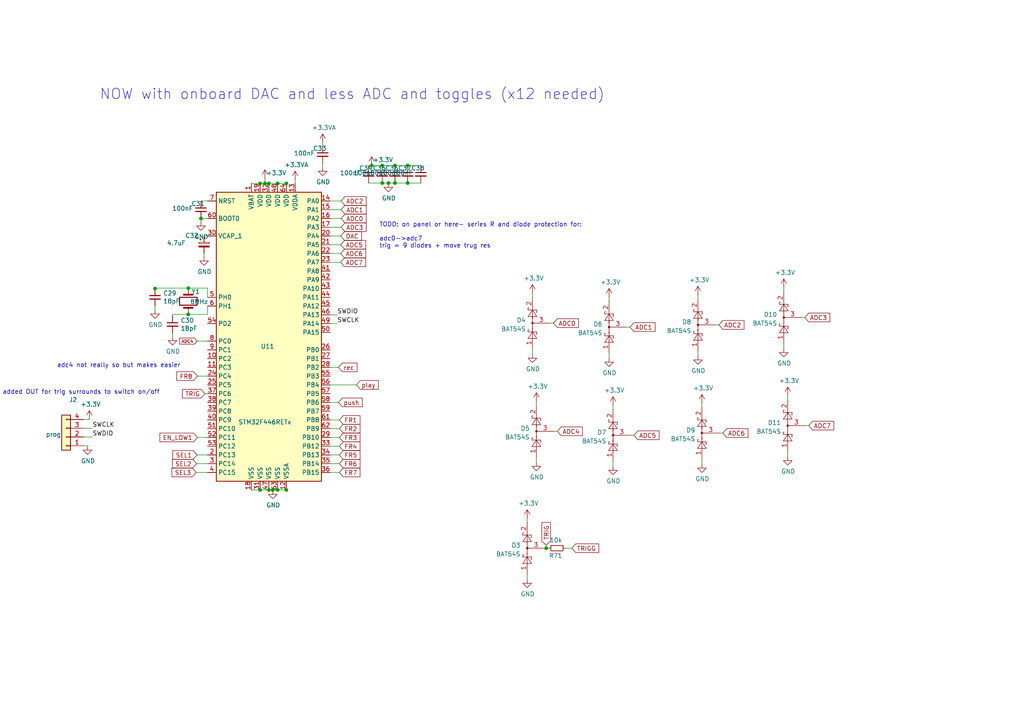
<source format=kicad_sch>
(kicad_sch (version 20211123) (generator eeschema)
  (paper "A4")
  (lib_symbols
    (symbol "Connector_Generic:Conn_01x04" (pin_names (offset 1.016) hide)
      (property "Reference" "J" (at 0 5.08 0))
      (property "Value" "Conn_01x04" (at 0 -7.62 0))
      (symbol "Conn_01x04_1_1"
        (rectangle (start -1.27 -4.953) (end 0 -5.207) (stroke (width 0.1524)))
        (rectangle (start -1.27 -2.413) (end 0 -2.667) (stroke (width 0.1524)))
        (rectangle (start -1.27 0.127) (end 0 -0.127) (stroke (width 0.1524)))
        (rectangle (start -1.27 2.667) (end 0 2.413) (stroke (width 0.1524)))
        (rectangle (start -1.27 3.81) (end 1.27 -6.35) (stroke (width 0.254)) (fill (type background)))
        (pin passive line (at -5.08 2.54 0) (length 3.81) (name "Pin_1") (number "1"))
        (pin passive line (at -5.08 0 0) (length 3.81) (name "Pin_2") (number "2"))
        (pin passive line (at -5.08 -2.54 0) (length 3.81) (name "Pin_3") (number "3"))
        (pin passive line (at -5.08 -5.08 0) (length 3.81) (name "Pin_4") (number "4"))
      )
    )
    (symbol "Device:C_Polarized_Small" (pin_numbers hide) (pin_names (offset 0.254) hide)
      (property "Reference" "C" (at 0.254 1.778 0))
      (property "Value" "C_Polarized_Small" (at 0.254 -2.032 0))
      (symbol "C_Polarized_Small_0_1"
        (rectangle (start -1.524 -0.3048) (end 1.524 -0.6858) (fill (type outline)))
        (rectangle (start -1.524 0.6858) (end 1.524 0.3048))
        (polyline (pts (xy -1.27 1.524) (xy -0.762 1.524)))
        (polyline (pts (xy -1.016 1.27) (xy -1.016 1.778)))
      )
      (symbol "C_Polarized_Small_1_1"
        (pin passive line (at 0 2.54 270) (length 1.8542) (name "~") (number "1"))
        (pin passive line (at 0 -2.54 90) (length 1.8542) (name "~") (number "2"))
      )
    )
    (symbol "Device:C_Small" (pin_numbers hide) (pin_names (offset 0.254) hide)
      (property "Reference" "C" (at 0.254 1.778 0))
      (property "Value" "C_Small" (at 0.254 -2.032 0))
      (symbol "C_Small_0_1"
        (polyline (pts (xy -1.524 -0.508) (xy 1.524 -0.508)) (stroke (width 0.3302)))
        (polyline (pts (xy -1.524 0.508) (xy 1.524 0.508)) (stroke (width 0.3048)))
      )
      (symbol "C_Small_1_1"
        (pin passive line (at 0 2.54 270) (length 2.032) (name "~") (number "1"))
        (pin passive line (at 0 -2.54 90) (length 2.032) (name "~") (number "2"))
      )
    )
    (symbol "Device:Crystal" (pin_numbers hide) (pin_names (offset 1.016) hide)
      (property "Reference" "Y" (at 0 3.81 0))
      (property "Value" "Crystal" (at 0 -3.81 0))
      (symbol "Crystal_0_1"
        (rectangle (start -1.143 2.54) (end 1.143 -2.54) (stroke (width 0.3048)))
        (polyline (pts (xy -2.54 0) (xy -1.905 0)))
        (polyline (pts (xy -1.905 -1.27) (xy -1.905 1.27)) (stroke (width 0.508)))
        (polyline (pts (xy 1.905 -1.27) (xy 1.905 1.27)) (stroke (width 0.508)))
        (polyline (pts (xy 2.54 0) (xy 1.905 0)))
      )
      (symbol "Crystal_1_1"
        (pin passive line (at -3.81 0 0) (length 1.27) (name "1") (number "1"))
        (pin passive line (at 3.81 0 180) (length 1.27) (name "2") (number "2"))
      )
    )
    (symbol "Device:R_Small" (pin_numbers hide) (pin_names (offset 0.254) hide)
      (property "Reference" "R" (at 0.762 0.508 0))
      (property "Value" "R_Small" (at 0.762 -1.016 0))
      (symbol "R_Small_0_1"
        (rectangle (start -0.762 1.778) (end 0.762 -1.778) (stroke (width 0.2032)))
      )
      (symbol "R_Small_1_1"
        (pin passive line (at 0 2.54 270) (length 0.762) (name "~") (number "1"))
        (pin passive line (at 0 -2.54 90) (length 0.762) (name "~") (number "2"))
      )
    )
    (symbol "Diode:BAT54S" (pin_names (offset 1.016))
      (property "Reference" "D" (at 0.635 -3.81 0))
      (property "Value" "BAT54S" (at -6.35 3.175 0))
      (symbol "BAT54S_0_1"
        (polyline (pts (xy -3.81 0) (xy -1.27 0)))
        (polyline (pts (xy -3.175 -1.27) (xy -3.175 -1.016)))
        (polyline (pts (xy -2.54 -1.27) (xy -3.175 -1.27)))
        (polyline (pts (xy -2.54 -1.27) (xy -2.54 1.27)))
        (polyline (pts (xy -2.54 1.27) (xy -1.905 1.27)))
        (polyline (pts (xy -1.905 0) (xy 1.905 0)))
        (polyline (pts (xy -1.905 1.27) (xy -1.905 1.016)))
        (polyline (pts (xy 1.27 0) (xy 3.81 0)))
        (polyline (pts (xy 3.175 -1.27) (xy 3.175 -1.016)))
        (polyline (pts (xy 3.81 -1.27) (xy 3.175 -1.27)))
        (polyline (pts (xy 3.81 -1.27) (xy 3.81 1.27)))
        (polyline (pts (xy 3.81 1.27) (xy 4.445 1.27)))
        (polyline (pts (xy 4.445 1.27) (xy 4.445 1.016)))
        (polyline (pts (xy -4.445 1.27) (xy -4.445 -1.27) (xy -2.54 0) (xy -4.445 1.27)))
        (polyline (pts (xy 1.905 1.27) (xy 1.905 -1.27) (xy 3.81 0) (xy 1.905 1.27)))
        (circle (center 0 0) (radius 0.254) (fill (type outline)))
      )
      (symbol "BAT54S_1_1"
        (pin passive line (at -7.62 0 0) (length 3.81) (name "~") (number "1"))
        (pin passive line (at 7.62 0 180) (length 3.81) (name "~") (number "2"))
        (pin passive line (at 0 -5.08 90) (length 5.08) (name "~") (number "3"))
      )
    )
    (symbol "MCU_ST_STM32F4:STM32F446RETx"
      (property "Reference" "U" (at -15.24 41.91 0))
      (property "Value" "STM32F446RETx" (at 10.16 41.91 0))
      (symbol "STM32F446RETx_0_1"
        (rectangle (start -15.24 -43.18) (end 15.24 40.64) (stroke (width 0.254)) (fill (type background)))
      )
      (symbol "STM32F446RETx_1_1"
        (pin power_in line (at -5.08 43.18 270) (length 2.54) (name "VBAT") (number "1"))
        (pin bidirectional line (at -17.78 -7.62 0) (length 2.54) (name "PC2") (number "10"))
        (pin bidirectional line (at -17.78 -10.16 0) (length 2.54) (name "PC3") (number "11"))
        (pin power_in line (at 5.08 -45.72 90) (length 2.54) (name "VSSA") (number "12"))
        (pin power_in line (at 7.62 43.18 270) (length 2.54) (name "VDDA") (number "13"))
        (pin bidirectional line (at 17.78 38.1 180) (length 2.54) (name "PA0") (number "14"))
        (pin bidirectional line (at 17.78 35.56 180) (length 2.54) (name "PA1") (number "15"))
        (pin bidirectional line (at 17.78 33.02 180) (length 2.54) (name "PA2") (number "16"))
        (pin bidirectional line (at 17.78 30.48 180) (length 2.54) (name "PA3") (number "17"))
        (pin power_in line (at -5.08 -45.72 90) (length 2.54) (name "VSS") (number "18"))
        (pin power_in line (at -2.54 43.18 270) (length 2.54) (name "VDD") (number "19"))
        (pin bidirectional line (at -17.78 -35.56 0) (length 2.54) (name "PC13") (number "2"))
        (pin bidirectional line (at 17.78 27.94 180) (length 2.54) (name "PA4") (number "20"))
        (pin bidirectional line (at 17.78 25.4 180) (length 2.54) (name "PA5") (number "21"))
        (pin bidirectional line (at 17.78 22.86 180) (length 2.54) (name "PA6") (number "22"))
        (pin bidirectional line (at 17.78 20.32 180) (length 2.54) (name "PA7") (number "23"))
        (pin bidirectional line (at -17.78 -12.7 0) (length 2.54) (name "PC4") (number "24"))
        (pin bidirectional line (at -17.78 -15.24 0) (length 2.54) (name "PC5") (number "25"))
        (pin bidirectional line (at 17.78 -5.08 180) (length 2.54) (name "PB0") (number "26"))
        (pin bidirectional line (at 17.78 -7.62 180) (length 2.54) (name "PB1") (number "27"))
        (pin bidirectional line (at 17.78 -10.16 180) (length 2.54) (name "PB2") (number "28"))
        (pin bidirectional line (at 17.78 -30.48 180) (length 2.54) (name "PB10") (number "29"))
        (pin bidirectional line (at -17.78 -38.1 0) (length 2.54) (name "PC14") (number "3"))
        (pin power_in line (at -17.78 27.94 0) (length 2.54) (name "VCAP_1") (number "30"))
        (pin power_in line (at -2.54 -45.72 90) (length 2.54) (name "VSS") (number "31"))
        (pin power_in line (at 0 43.18 270) (length 2.54) (name "VDD") (number "32"))
        (pin bidirectional line (at 17.78 -33.02 180) (length 2.54) (name "PB12") (number "33"))
        (pin bidirectional line (at 17.78 -35.56 180) (length 2.54) (name "PB13") (number "34"))
        (pin bidirectional line (at 17.78 -38.1 180) (length 2.54) (name "PB14") (number "35"))
        (pin bidirectional line (at 17.78 -40.64 180) (length 2.54) (name "PB15") (number "36"))
        (pin bidirectional line (at -17.78 -17.78 0) (length 2.54) (name "PC6") (number "37"))
        (pin bidirectional line (at -17.78 -20.32 0) (length 2.54) (name "PC7") (number "38"))
        (pin bidirectional line (at -17.78 -22.86 0) (length 2.54) (name "PC8") (number "39"))
        (pin bidirectional line (at -17.78 -40.64 0) (length 2.54) (name "PC15") (number "4"))
        (pin bidirectional line (at -17.78 -25.4 0) (length 2.54) (name "PC9") (number "40"))
        (pin bidirectional line (at 17.78 17.78 180) (length 2.54) (name "PA8") (number "41"))
        (pin bidirectional line (at 17.78 15.24 180) (length 2.54) (name "PA9") (number "42"))
        (pin bidirectional line (at 17.78 12.7 180) (length 2.54) (name "PA10") (number "43"))
        (pin bidirectional line (at 17.78 10.16 180) (length 2.54) (name "PA11") (number "44"))
        (pin bidirectional line (at 17.78 7.62 180) (length 2.54) (name "PA12") (number "45"))
        (pin bidirectional line (at 17.78 5.08 180) (length 2.54) (name "PA13") (number "46"))
        (pin power_in line (at 0 -45.72 90) (length 2.54) (name "VSS") (number "47"))
        (pin power_in line (at 2.54 43.18 270) (length 2.54) (name "VDD") (number "48"))
        (pin bidirectional line (at 17.78 2.54 180) (length 2.54) (name "PA14") (number "49"))
        (pin input line (at -17.78 10.16 0) (length 2.54) (name "PH0") (number "5"))
        (pin bidirectional line (at 17.78 0 180) (length 2.54) (name "PA15") (number "50"))
        (pin bidirectional line (at -17.78 -27.94 0) (length 2.54) (name "PC10") (number "51"))
        (pin bidirectional line (at -17.78 -30.48 0) (length 2.54) (name "PC11") (number "52"))
        (pin bidirectional line (at -17.78 -33.02 0) (length 2.54) (name "PC12") (number "53"))
        (pin bidirectional line (at -17.78 2.54 0) (length 2.54) (name "PD2") (number "54"))
        (pin bidirectional line (at 17.78 -12.7 180) (length 2.54) (name "PB3") (number "55"))
        (pin bidirectional line (at 17.78 -15.24 180) (length 2.54) (name "PB4") (number "56"))
        (pin bidirectional line (at 17.78 -17.78 180) (length 2.54) (name "PB5") (number "57"))
        (pin bidirectional line (at 17.78 -20.32 180) (length 2.54) (name "PB6") (number "58"))
        (pin bidirectional line (at 17.78 -22.86 180) (length 2.54) (name "PB7") (number "59"))
        (pin input line (at -17.78 7.62 0) (length 2.54) (name "PH1") (number "6"))
        (pin input line (at -17.78 33.02 0) (length 2.54) (name "BOOT0") (number "60"))
        (pin bidirectional line (at 17.78 -25.4 180) (length 2.54) (name "PB8") (number "61"))
        (pin bidirectional line (at 17.78 -27.94 180) (length 2.54) (name "PB9") (number "62"))
        (pin power_in line (at 2.54 -45.72 90) (length 2.54) (name "VSS") (number "63"))
        (pin power_in line (at 5.08 43.18 270) (length 2.54) (name "VDD") (number "64"))
        (pin input line (at -17.78 38.1 0) (length 2.54) (name "NRST") (number "7"))
        (pin bidirectional line (at -17.78 -2.54 0) (length 2.54) (name "PC0") (number "8"))
        (pin bidirectional line (at -17.78 -5.08 0) (length 2.54) (name "PC1") (number "9"))
      )
    )
    (symbol "power:+3.3V" (power) (pin_names (offset 0))
      (property "Value" "+3.3V" (at 0 3.556 0))
      (symbol "+3.3V_0_1"
        (polyline (pts (xy -0.762 1.27) (xy 0 2.54)))
        (polyline (pts (xy 0 0) (xy 0 2.54)))
        (polyline (pts (xy 0 2.54) (xy 0.762 1.27)))
      )
      (symbol "+3.3V_1_1"
        (pin power_in line (at 0 0 90) (length 0) hide (name "+3.3V") (number "1"))
      )
    )
    (symbol "power:+3.3VA" (power) (pin_names (offset 0))
      (property "Value" "+3.3VA" (at 0 3.556 0))
      (symbol "+3.3VA_0_1"
        (polyline (pts (xy -0.762 1.27) (xy 0 2.54)))
        (polyline (pts (xy 0 0) (xy 0 2.54)))
        (polyline (pts (xy 0 2.54) (xy 0.762 1.27)))
      )
      (symbol "+3.3VA_1_1"
        (pin power_in line (at 0 0 90) (length 0) hide (name "+3.3VA") (number "1"))
      )
    )
    (symbol "power:GND" (power) (pin_names (offset 0))
      (property "Value" "GND" (at 0 -3.81 0))
      (symbol "GND_0_1"
        (polyline (pts (xy 0 0) (xy 0 -1.27) (xy 1.27 -1.27) (xy 0 -2.54) (xy -1.27 -1.27) (xy 0 -1.27)))
      )
      (symbol "GND_1_1"
        (pin power_in line (at 0 0 270) (length 0) hide (name "GND") (number "1"))
      )
    )
  )
  (junction (at 118.237 53.086))
  (junction (at 54.61 91.186))
  (junction (at 44.958 83.693))
  (junction (at 114.554 48.006))
  (junction (at 80.518 142.113))
  (junction (at 158.4198 159.004))
  (junction (at 83.058 53.213))
  (junction (at 107.7976 48.006))
  (junction (at 77.978 142.113))
  (junction (at 76.835 53.213))
  (junction (at 110.871 48.006))
  (junction (at 110.871 53.086))
  (junction (at 114.554 53.086))
  (junction (at 112.649 53.086))
  (junction (at 83.058 142.113))
  (junction (at 118.237 48.006))
  (junction (at 80.518 53.213))
  (junction (at 58.293 63.373))
  (junction (at 75.438 142.113))
  (junction (at 79.121 142.113))
  (junction (at 77.978 53.213))
  (junction (at 75.438 53.213))
  (junction (at 54.61 83.566))
  (wire (pts (xy 59.182 68.453) (xy 60.198 68.453)))
  (wire (pts (xy 80.518 53.213) (xy 83.058 53.213)))
  (wire (pts (xy 95.758 131.953) (xy 98.425 131.953)))
  (wire (pts (xy 157.988 159.004) (xy 158.4198 159.004)))
  (wire (pts (xy 160.655 125.095) (xy 161.671 125.095)))
  (wire (pts (xy 57.277 126.873) (xy 60.198 126.873)))
  (wire (pts (xy 24.257 129.286) (xy 25.4 129.286)))
  (wire (pts (xy 54.61 91.186) (xy 60.198 91.186)))
  (wire (pts (xy 59.436 114.173) (xy 60.198 114.173)))
  (wire (pts (xy 95.758 111.633) (xy 103.378 111.633)))
  (wire (pts (xy 60.198 83.566) (xy 54.61 83.566)))
  (wire (pts (xy 80.518 142.113) (xy 83.058 142.113)))
  (wire (pts (xy 77.978 142.113) (xy 79.121 142.113)))
  (wire (pts (xy 60.198 98.933) (xy 57.15 98.933)))
  (wire (pts (xy 50.038 96.647) (xy 50.038 97.536)))
  (wire (pts (xy 59.182 73.533) (xy 59.182 74.422)))
  (wire (pts (xy 60.198 91.186) (xy 60.198 88.773)))
  (wire (pts (xy 181.737 94.869) (xy 182.753 94.869)))
  (wire (pts (xy 77.978 53.213) (xy 80.518 53.213)))
  (wire (pts (xy 95.758 116.713) (xy 98.171 116.713)))
  (wire (pts (xy 85.598 52.197) (xy 85.598 53.213)))
  (wire (pts (xy 75.438 142.113) (xy 77.978 142.113)))
  (wire (pts (xy 95.758 63.373) (xy 98.933 63.373)))
  (wire (pts (xy 107.7976 48.006) (xy 110.871 48.006)))
  (wire (pts (xy 95.758 121.793) (xy 98.425 121.793)))
  (wire (pts (xy 72.898 142.113) (xy 75.438 142.113)))
  (wire (pts (xy 83.058 53.213) (xy 83.058 53.086)))
  (wire (pts (xy 228.473 131.064) (xy 228.473 132.334)))
  (wire (pts (xy 207.518 94.234) (xy 208.534 94.234)))
  (wire (pts (xy 154.432 85.09) (xy 154.432 86.106)))
  (wire (pts (xy 54.61 83.566) (xy 44.958 83.566)))
  (wire (pts (xy 60.198 137.033) (xy 56.896 137.033)))
  (wire (pts (xy 95.758 106.553) (xy 98.171 106.553)))
  (wire (pts (xy 95.758 134.493) (xy 98.425 134.493)))
  (wire (pts (xy 202.438 85.598) (xy 202.438 86.614)))
  (wire (pts (xy 164.084 159.004) (xy 165.862 159.004)))
  (wire (pts (xy 203.581 133.223) (xy 203.581 134.493)))
  (wire (pts (xy 158.4198 158.0896) (xy 158.4198 159.004)))
  (wire (pts (xy 58.293 58.293) (xy 60.198 58.293)))
  (wire (pts (xy 177.8 133.858) (xy 177.8 135.128)))
  (wire (pts (xy 50.038 91.567) (xy 50.038 91.186)))
  (wire (pts (xy 24.257 121.666) (xy 25.908 121.666)))
  (wire (pts (xy 98.806 73.533) (xy 95.758 73.533)))
  (wire (pts (xy 58.293 63.373) (xy 60.198 63.373)))
  (wire (pts (xy 50.038 91.186) (xy 54.61 91.186)))
  (wire (pts (xy 202.438 101.854) (xy 202.438 103.124)))
  (wire (pts (xy 159.512 93.726) (xy 160.528 93.726)))
  (wire (pts (xy 95.758 93.853) (xy 97.79 93.853)))
  (wire (pts (xy 118.237 53.086) (xy 114.554 53.086)))
  (wire (pts (xy 95.758 137.033) (xy 98.425 137.033)))
  (wire (pts (xy 75.438 53.213) (xy 76.835 53.213)))
  (wire (pts (xy 152.908 166.624) (xy 152.908 167.894)))
  (wire (pts (xy 118.237 48.006) (xy 122.047 48.006)))
  (wire (pts (xy 24.257 126.746) (xy 26.797 126.746)))
  (wire (pts (xy 114.554 48.006) (xy 118.237 48.006)))
  (wire (pts (xy 203.581 116.967) (xy 203.581 117.983)))
  (wire (pts (xy 98.806 70.993) (xy 95.758 70.993)))
  (wire (pts (xy 60.198 131.953) (xy 57.15 131.953)))
  (wire (pts (xy 95.758 126.873) (xy 98.425 126.873)))
  (wire (pts (xy 95.758 91.313) (xy 97.79 91.313)))
  (wire (pts (xy 110.871 48.006) (xy 114.554 48.006)))
  (wire (pts (xy 112.649 53.086) (xy 110.871 53.086)))
  (wire (pts (xy 95.758 60.833) (xy 98.933 60.833)))
  (wire (pts (xy 155.575 132.715) (xy 155.575 133.985)))
  (wire (pts (xy 233.553 123.444) (xy 234.569 123.444)))
  (wire (pts (xy 95.758 129.413) (xy 98.425 129.413)))
  (wire (pts (xy 58.293 63.373) (xy 58.293 64.262)))
  (wire (pts (xy 228.473 114.808) (xy 228.473 115.824)))
  (wire (pts (xy 76.835 53.213) (xy 77.978 53.213)))
  (wire (pts (xy 93.599 47.371) (xy 93.599 48.387)))
  (wire (pts (xy 95.758 65.913) (xy 98.933 65.913)))
  (wire (pts (xy 60.198 134.493) (xy 57.023 134.493)))
  (wire (pts (xy 176.657 86.233) (xy 176.657 87.249)))
  (wire (pts (xy 177.8 117.602) (xy 177.8 118.618)))
  (wire (pts (xy 114.554 53.086) (xy 112.649 53.086)))
  (wire (pts (xy 158.4198 159.004) (xy 159.004 159.004)))
  (wire (pts (xy 95.758 124.333) (xy 98.425 124.333)))
  (wire (pts (xy 79.121 142.113) (xy 80.518 142.113)))
  (wire (pts (xy 155.575 116.459) (xy 155.575 117.475)))
  (wire (pts (xy 98.806 76.073) (xy 95.758 76.073)))
  (wire (pts (xy 44.958 88.773) (xy 44.958 89.789)))
  (wire (pts (xy 83.058 142.113) (xy 83.058 142.24)))
  (wire (pts (xy 232.41 92.075) (xy 233.426 92.075)))
  (wire (pts (xy 93.599 41.402) (xy 93.599 42.291)))
  (wire (pts (xy 227.33 99.695) (xy 227.33 100.965)))
  (wire (pts (xy 154.432 101.346) (xy 154.432 102.616)))
  (wire (pts (xy 76.835 51.816) (xy 76.835 53.213)))
  (wire (pts (xy 110.871 53.086) (xy 106.934 53.086)))
  (wire (pts (xy 60.198 86.233) (xy 60.198 83.566)))
  (wire (pts (xy 98.806 68.453) (xy 95.758 68.453)))
  (wire (pts (xy 122.047 53.086) (xy 118.237 53.086)))
  (wire (pts (xy 44.958 83.566) (xy 44.958 83.693)))
  (wire (pts (xy 182.88 126.238) (xy 183.896 126.238)))
  (wire (pts (xy 227.33 83.439) (xy 227.33 84.455)))
  (wire (pts (xy 72.898 53.213) (xy 75.438 53.213)))
  (wire (pts (xy 60.198 109.093) (xy 57.277 109.093)))
  (wire (pts (xy 106.934 48.006) (xy 107.7976 48.006)))
  (wire (pts (xy 176.657 102.489) (xy 176.657 103.759)))
  (wire (pts (xy 152.908 150.368) (xy 152.908 151.384)))
  (wire (pts (xy 24.257 124.206) (xy 26.797 124.206)))
  (wire (pts (xy 208.661 125.603) (xy 209.677 125.603)))
  (wire (pts (xy 95.758 58.293) (xy 98.933 58.293)))
  (text "adc4 not really so but makes easier\n" (at 16.51 106.807 0) (effects (font (size 1.27 1.27)) (justify left bottom)))
  (text "TODO: on panel or here- series R and diode protection for: \n\nadc0->adc7\ntrig = 9 diodes + move trug res " (at 109.982 72.136 0) (effects (font (size 1.27 1.27)) (justify left bottom)))
  (text "NOW with onboard DAC and less ADC and toggles (x12 needed)" (at 28.829 29.21 0) (effects (font (size 2.9972 2.9972)) (justify left bottom)))
  (text "17.5 - added OUT for trig surrounds to switch on/off" (at 46.355 114.554 0) (effects (font (size 1.27 1.27)) (justify right bottom)))
  (label "SWCLK" (at 26.797 124.206 0))
  (label "SWCLK" (at 97.79 93.853 0))
  (label "SWDIO" (at 97.79 91.313 0))
  (label "SWDIO" (at 26.797 126.746 0))
  (global_label "ADC7" (shape input) (at 98.806 76.073 0) (property "Intersheet References" "${INTERSHEET_REFS}" (effects hide)))
  (global_label "ADC0" (shape input) (at 160.528 93.726 0) (property "Intersheet References" "${INTERSHEET_REFS}" (effects hide)))
  (global_label "ADC6" (shape input) (at 98.806 73.533 0) (property "Intersheet References" "${INTERSHEET_REFS}" (effects hide)))
  (global_label "FR2" (shape input) (at 98.425 124.333 0) (property "Intersheet References" "${INTERSHEET_REFS}" (effects hide)))
  (global_label "push" (shape input) (at 98.171 116.713 0) (property "Intersheet References" "${INTERSHEET_REFS}" (effects hide)))
  (global_label "SEL3" (shape input) (at 56.896 137.033 180) (property "Intersheet References" "${INTERSHEET_REFS}" (effects hide)))
  (global_label "FR6" (shape input) (at 98.425 134.493 0) (property "Intersheet References" "${INTERSHEET_REFS}" (effects hide)))
  (global_label "ADC2" (shape input) (at 98.933 58.293 0) (property "Intersheet References" "${INTERSHEET_REFS}" (effects hide)))
  (global_label "ADC5" (shape input) (at 183.896 126.238 0) (property "Intersheet References" "${INTERSHEET_REFS}" (effects hide)))
  (global_label "TRIG" (shape input) (at 158.4198 158.0896 90) (property "Intersheet References" "${INTERSHEET_REFS}" (effects hide)))
  (global_label "SEL2" (shape input) (at 57.023 134.493 180) (property "Intersheet References" "${INTERSHEET_REFS}" (effects hide)))
  (global_label "rec" (shape input) (at 98.171 106.553 0) (property "Intersheet References" "${INTERSHEET_REFS}" (effects hide)))
  (global_label "ADC2" (shape input) (at 208.534 94.234 0) (property "Intersheet References" "${INTERSHEET_REFS}" (effects hide)))
  (global_label "ADC4" (shape input) (at 161.671 125.095 0) (property "Intersheet References" "${INTERSHEET_REFS}" (effects hide)))
  (global_label "FR7" (shape input) (at 98.425 137.033 0) (property "Intersheet References" "${INTERSHEET_REFS}" (effects hide)))
  (global_label "TRIG" (shape input) (at 59.436 114.173 180) (property "Intersheet References" "${INTERSHEET_REFS}" (effects hide)))
  (global_label "FR5" (shape input) (at 98.425 131.953 0) (property "Intersheet References" "${INTERSHEET_REFS}" (effects hide)))
  (global_label "ADC1" (shape input) (at 182.753 94.869 0) (property "Intersheet References" "${INTERSHEET_REFS}" (effects hide)))
  (global_label "SEL1" (shape input) (at 57.15 131.953 180) (property "Intersheet References" "${INTERSHEET_REFS}" (effects hide)))
  (global_label "ADC3" (shape input) (at 233.426 92.075 0) (property "Intersheet References" "${INTERSHEET_REFS}" (effects hide)))
  (global_label "ADC6" (shape input) (at 209.677 125.603 0) (property "Intersheet References" "${INTERSHEET_REFS}" (effects hide)))
  (global_label "TRIGG" (shape input) (at 165.862 159.004 0) (property "Intersheet References" "${INTERSHEET_REFS}" (effects hide)))
  (global_label "FR3" (shape input) (at 98.425 126.873 0) (property "Intersheet References" "${INTERSHEET_REFS}" (effects hide)))
  (global_label "play" (shape input) (at 103.378 111.633 0) (property "Intersheet References" "${INTERSHEET_REFS}" (effects hide)))
  (global_label "FR4" (shape input) (at 98.425 129.413 0) (property "Intersheet References" "${INTERSHEET_REFS}" (effects hide)))
  (global_label "ADC4" (shape input) (at 57.15 98.933 180) (effects (font (size 0.889 0.889))) (property "Intersheet References" "${INTERSHEET_REFS}" (effects hide)))
  (global_label "FR8" (shape input) (at 57.277 109.093 180) (property "Intersheet References" "${INTERSHEET_REFS}" (effects hide)))
  (global_label "DAC" (shape input) (at 98.806 68.453 0) (property "Intersheet References" "${INTERSHEET_REFS}" (effects hide)))
  (global_label "ADC0" (shape input) (at 98.933 63.373 0) (property "Intersheet References" "${INTERSHEET_REFS}" (effects hide)))
  (global_label "ADC5" (shape input) (at 98.806 70.993 0) (property "Intersheet References" "${INTERSHEET_REFS}" (effects hide)))
  (global_label "ADC1" (shape input) (at 98.933 60.833 0) (property "Intersheet References" "${INTERSHEET_REFS}" (effects hide)))
  (global_label "ADC3" (shape input) (at 98.933 65.913 0) (property "Intersheet References" "${INTERSHEET_REFS}" (effects hide)))
  (global_label "ADC7" (shape input) (at 234.569 123.444 0) (property "Intersheet References" "${INTERSHEET_REFS}" (effects hide)))
  (global_label "EN_LOW1" (shape input) (at 57.277 126.873 180) (property "Intersheet References" "${INTERSHEET_REFS}" (effects hide)))
  (global_label "FR1" (shape input) (at 98.425 121.793 0) (property "Intersheet References" "${INTERSHEET_REFS}" (effects hide)))
  (symbol (lib_id "MCU_ST_STM32F4:STM32F446RETx") (at 77.978 96.393 0) (unit 1)
    (property "Reference" "U11" (at 77.597 100.457 0))
    (property "Value" "STM32F446RETx" (at 76.835 122.428 0))
    (property "Footprint" "Housings_QFP:LQFP-64_10x10mm_Pitch0.5mm" (effects hide))
    (property "Datasheet" "http://www.st.com/st-web-ui/static/active/en/resource/technical/document/datasheet/DM00141306.pdf" (effects hide))
  )
  (symbol (lib_id "Device:C_Polarized_Small") (at 59.182 70.993 0) (unit 1)
    (property "Reference" "C32" (at 53.721 68.326 0) (effects (justify left)))
    (property "Value" "4.7uF" (at 48.387 70.485 0) (effects (justify left)))
    (property "Footprint" "SMD_Packages:SMD-1206_Pol" (effects hide))
  )
  (symbol (lib_id "power:GND") (at 59.182 74.422 0) (unit 1)
    (property "Reference" "#PWR062" (effects hide))
    (property "Value" "GND" (at 59.309 78.8162 0))
  )
  (symbol (lib_id "power:+3.3VA") (at 85.598 52.197 0) (unit 1)
    (property "Reference" "#PWR065" (effects hide))
    (property "Value" "+3.3VA" (at 85.979 47.8028 0))
  )
  (symbol (lib_id "power:+3.3V") (at 76.835 51.816 0) (unit 1)
    (property "Reference" "#PWR063" (effects hide))
    (property "Value" "+3.3V" (at 80.137 50.165 0))
  )
  (symbol (lib_id "power:GND") (at 79.121 142.113 0) (unit 1)
    (property "Reference" "#PWR064" (effects hide))
    (property "Value" "GND" (at 79.248 146.5072 0))
  )
  (symbol (lib_id "Device:Crystal") (at 54.61 87.376 90) (unit 1)
    (property "Reference" "Y1" (at 55.499 84.582 90) (effects (justify right)))
    (property "Value" "8MHz" (at 55.118 87.503 90) (effects (justify right)))
    (property "Footprint" "Crystals:Crystal_SMD_HC49-SD" (effects hide))
  )
  (symbol (lib_id "Device:C_Small") (at 44.958 86.233 0) (unit 1)
    (property "Reference" "C29" (at 47.2948 85.0646 0) (effects (justify left)))
    (property "Value" "18pF" (at 47.2948 87.376 0) (effects (justify left)))
    (property "Footprint" "Capacitors_SMD:C_0805" (effects hide))
  )
  (symbol (lib_id "Device:C_Small") (at 50.038 94.107 0) (unit 1)
    (property "Reference" "C30" (at 52.3748 92.9386 0) (effects (justify left)))
    (property "Value" "18pF" (at 52.3748 95.25 0) (effects (justify left)))
    (property "Footprint" "Capacitors_SMD:C_0805" (effects hide))
  )
  (symbol (lib_id "power:GND") (at 44.958 89.789 0) (unit 1)
    (property "Reference" "#PWR059" (effects hide))
    (property "Value" "GND" (at 45.085 94.1832 0))
  )
  (symbol (lib_id "power:GND") (at 50.038 97.536 0) (unit 1)
    (property "Reference" "#PWR060" (effects hide))
    (property "Value" "GND" (at 50.165 101.9302 0))
  )
  (symbol (lib_id "Device:C_Small") (at 58.293 60.833 0) (unit 1)
    (property "Reference" "C31" (at 55.499 59.055 0) (effects (justify left)))
    (property "Value" "100nF" (at 49.911 60.452 0) (effects (justify left)))
    (property "Footprint" "Capacitors_SMD:C_0805" (effects hide))
  )
  (symbol (lib_id "power:GND") (at 58.293 64.262 0) (unit 1)
    (property "Reference" "#PWR061" (effects hide))
    (property "Value" "GND" (at 58.42 68.6562 0))
  )
  (symbol (lib_id "Device:C_Small") (at 106.934 50.546 0) (unit 1)
    (property "Reference" "C34" (at 104.14 48.768 0) (effects (justify left)))
    (property "Value" "100nF" (at 98.552 50.165 0) (effects (justify left)))
    (property "Footprint" "Capacitors_SMD:C_0805" (effects hide))
  )
  (symbol (lib_id "Device:C_Small") (at 110.871 50.546 0) (unit 1)
    (property "Reference" "C35" (at 108.077 48.768 0) (effects (justify left)))
    (property "Value" "100nF" (at 102.489 50.165 0) (effects (justify left)))
    (property "Footprint" "Capacitors_SMD:C_0805" (effects hide))
  )
  (symbol (lib_id "Device:C_Small") (at 114.554 50.546 0) (unit 1)
    (property "Reference" "C36" (at 111.7092 48.7934 0) (effects (justify left)))
    (property "Value" "100nF" (at 106.172 50.165 0) (effects (justify left)))
    (property "Footprint" "Capacitors_SMD:C_0805" (effects hide))
  )
  (symbol (lib_id "Device:C_Small") (at 118.237 50.546 0) (unit 1)
    (property "Reference" "C37" (at 115.443 48.768 0) (effects (justify left)))
    (property "Value" "100nF" (at 109.855 50.165 0) (effects (justify left)))
    (property "Footprint" "Capacitors_SMD:C_0805" (effects hide))
  )
  (symbol (lib_id "Device:C_Small") (at 122.047 50.546 0) (unit 1)
    (property "Reference" "C38" (at 119.253 48.768 0) (effects (justify left)))
    (property "Value" "100nF" (at 113.665 50.165 0) (effects (justify left)))
    (property "Footprint" "Capacitors_SMD:C_0805" (effects hide))
  )
  (symbol (lib_id "Device:C_Small") (at 93.599 44.831 0) (unit 1)
    (property "Reference" "C33" (at 90.805 43.053 0) (effects (justify left)))
    (property "Value" "100nF" (at 85.217 44.45 0) (effects (justify left)))
    (property "Footprint" "Capacitors_SMD:C_0805" (effects hide))
  )
  (symbol (lib_id "power:+3.3VA") (at 93.599 41.402 0) (unit 1)
    (property "Reference" "#PWR066" (effects hide))
    (property "Value" "+3.3VA" (at 93.98 37.0078 0))
  )
  (symbol (lib_id "power:GND") (at 93.599 48.387 0) (unit 1)
    (property "Reference" "#PWR067" (effects hide))
    (property "Value" "GND" (at 93.726 52.7812 0))
  )
  (symbol (lib_id "power:GND") (at 112.649 53.086 0) (unit 1)
    (property "Reference" "#PWR069" (effects hide))
    (property "Value" "GND" (at 112.776 57.4802 0))
  )
  (symbol (lib_id "power:+3.3V") (at 107.7976 48.006 0) (unit 1)
    (property "Reference" "#PWR068" (effects hide))
    (property "Value" "+3.3V" (at 111.0996 46.355 0))
  )
  (symbol (lib_id "Connector_Generic:Conn_01x04") (at 19.177 126.746 180) (unit 1)
    (property "Reference" "J2" (at 21.209 115.951 0))
    (property "Value" "prog" (at 15.494 125.984 0))
    (property "Footprint" "Pin_Headers:Pin_Header_Straight_1x04_Pitch2.54mm" (effects hide))
  )
  (symbol (lib_id "power:+3.3V") (at 25.908 121.666 0) (unit 1)
    (property "Reference" "#PWR058" (effects hide))
    (property "Value" "+3.3V" (at 26.289 117.2718 0))
  )
  (symbol (lib_id "power:GND") (at 25.4 129.286 0) (unit 1)
    (property "Reference" "#PWR057" (effects hide))
    (property "Value" "GND" (at 25.527 133.6802 0))
  )
  (symbol (lib_id "Device:R_Small") (at 161.544 159.004 270) (unit 1)
    (property "Reference" "R71" (at 161.163 161.163 90))
    (property "Value" "10k" (at 161.2392 156.6672 90))
    (property "Footprint" "Resistors_SMD:R_0805" (effects hide))
  )
  (symbol (lib_id "power:GND") (at 155.575 133.985 0) (unit 1)
    (property "Reference" "#PWR0119" (effects hide))
    (property "Value" "GND" (at 155.702 138.3792 0))
  )
  (symbol (lib_id "power:+3.3V") (at 152.908 150.368 0) (unit 1)
    (property "Reference" "#PWR0120" (effects hide))
    (property "Value" "+3.3V" (at 153.289 145.9738 0))
  )
  (symbol (lib_id "power:GND") (at 203.581 134.493 0) (unit 1)
    (property "Reference" "#PWR0169" (effects hide))
    (property "Value" "GND" (at 203.708 138.8872 0))
  )
  (symbol (lib_id "Diode:BAT54S") (at 154.432 93.726 90) (unit 1)
    (property "Reference" "D4" (at 152.527 92.8913 90) (effects (justify left)))
    (property "Value" "BAT54S" (at 152.527 95.4282 90) (effects (justify left)))
    (property "Footprint" "Package_TO_SOT_SMD:SOT-23" (effects hide))
    (property "Datasheet" "https://www.diodes.com/assets/Datasheets/ds11005.pdf" (effects hide))
  )
  (symbol (lib_id "power:GND") (at 228.473 132.334 0) (unit 1)
    (property "Reference" "#PWR0130" (effects hide))
    (property "Value" "GND" (at 228.6 136.7282 0))
  )
  (symbol (lib_id "Diode:BAT54S") (at 177.8 126.238 90) (unit 1)
    (property "Reference" "D7" (at 175.895 125.4033 90) (effects (justify left)))
    (property "Value" "BAT54S" (at 175.895 127.9402 90) (effects (justify left)))
    (property "Footprint" "Package_TO_SOT_SMD:SOT-23" (effects hide))
    (property "Datasheet" "https://www.diodes.com/assets/Datasheets/ds11005.pdf" (effects hide))
  )
  (symbol (lib_id "Diode:BAT54S") (at 152.908 159.004 90) (unit 1)
    (property "Reference" "D3" (at 151.003 158.1693 90) (effects (justify left)))
    (property "Value" "BAT54S" (at 151.003 160.7062 90) (effects (justify left)))
    (property "Footprint" "Package_TO_SOT_SMD:SOT-23" (effects hide))
    (property "Datasheet" "https://www.diodes.com/assets/Datasheets/ds11005.pdf" (effects hide))
  )
  (symbol (lib_id "power:+3.3V") (at 176.657 86.233 0) (unit 1)
    (property "Reference" "#PWR0122" (effects hide))
    (property "Value" "+3.3V" (at 177.038 81.8388 0))
  )
  (symbol (lib_id "power:GND") (at 176.657 103.759 0) (unit 1)
    (property "Reference" "#PWR0121" (effects hide))
    (property "Value" "GND" (at 176.784 108.1532 0))
  )
  (symbol (lib_id "power:+3.3V") (at 155.575 116.459 0) (unit 1)
    (property "Reference" "#PWR0127" (effects hide))
    (property "Value" "+3.3V" (at 155.956 112.0648 0))
  )
  (symbol (lib_id "power:GND") (at 227.33 100.965 0) (unit 1)
    (property "Reference" "#PWR0137" (effects hide))
    (property "Value" "GND" (at 227.457 105.3592 0))
  )
  (symbol (lib_id "power:+3.3V") (at 177.8 117.602 0) (unit 1)
    (property "Reference" "#PWR0125" (effects hide))
    (property "Value" "+3.3V" (at 178.181 113.2078 0))
  )
  (symbol (lib_id "Diode:BAT54S") (at 155.575 125.095 90) (unit 1)
    (property "Reference" "D5" (at 153.67 124.2603 90) (effects (justify left)))
    (property "Value" "BAT54S" (at 153.67 126.7972 90) (effects (justify left)))
    (property "Footprint" "Package_TO_SOT_SMD:SOT-23" (effects hide))
    (property "Datasheet" "https://www.diodes.com/assets/Datasheets/ds11005.pdf" (effects hide))
  )
  (symbol (lib_id "Diode:BAT54S") (at 203.581 125.603 90) (unit 1)
    (property "Reference" "D9" (at 201.676 124.7683 90) (effects (justify left)))
    (property "Value" "BAT54S" (at 201.676 127.3052 90) (effects (justify left)))
    (property "Footprint" "Package_TO_SOT_SMD:SOT-23" (effects hide))
    (property "Datasheet" "https://www.diodes.com/assets/Datasheets/ds11005.pdf" (effects hide))
  )
  (symbol (lib_id "power:GND") (at 202.438 103.124 0) (unit 1)
    (property "Reference" "#PWR0139" (effects hide))
    (property "Value" "GND" (at 202.565 107.5182 0))
  )
  (symbol (lib_id "power:+3.3V") (at 202.438 85.598 0) (unit 1)
    (property "Reference" "#PWR0129" (effects hide))
    (property "Value" "+3.3V" (at 202.819 81.2038 0))
  )
  (symbol (lib_id "power:+3.3V") (at 203.581 116.967 0) (unit 1)
    (property "Reference" "#PWR0140" (effects hide))
    (property "Value" "+3.3V" (at 203.962 112.5728 0))
  )
  (symbol (lib_id "Diode:BAT54S") (at 176.657 94.869 90) (unit 1)
    (property "Reference" "D6" (at 174.752 94.0343 90) (effects (justify left)))
    (property "Value" "BAT54S" (at 174.752 96.5712 90) (effects (justify left)))
    (property "Footprint" "Package_TO_SOT_SMD:SOT-23" (effects hide))
    (property "Datasheet" "https://www.diodes.com/assets/Datasheets/ds11005.pdf" (effects hide))
  )
  (symbol (lib_id "Diode:BAT54S") (at 227.33 92.075 90) (unit 1)
    (property "Reference" "D10" (at 225.425 91.2403 90) (effects (justify left)))
    (property "Value" "BAT54S" (at 225.425 93.7772 90) (effects (justify left)))
    (property "Footprint" "Package_TO_SOT_SMD:SOT-23" (effects hide))
    (property "Datasheet" "https://www.diodes.com/assets/Datasheets/ds11005.pdf" (effects hide))
  )
  (symbol (lib_id "Diode:BAT54S") (at 202.438 94.234 90) (unit 1)
    (property "Reference" "D8" (at 200.533 93.3993 90) (effects (justify left)))
    (property "Value" "BAT54S" (at 200.533 95.9362 90) (effects (justify left)))
    (property "Footprint" "Package_TO_SOT_SMD:SOT-23" (effects hide))
    (property "Datasheet" "https://www.diodes.com/assets/Datasheets/ds11005.pdf" (effects hide))
  )
  (symbol (lib_id "power:+3.3V") (at 228.473 114.808 0) (unit 1)
    (property "Reference" "#PWR0131" (effects hide))
    (property "Value" "+3.3V" (at 228.854 110.4138 0))
  )
  (symbol (lib_id "power:GND") (at 154.432 102.616 0) (unit 1)
    (property "Reference" "#PWR0123" (effects hide))
    (property "Value" "GND" (at 154.559 107.0102 0))
  )
  (symbol (lib_id "Diode:BAT54S") (at 228.473 123.444 90) (unit 1)
    (property "Reference" "D11" (at 226.568 122.6093 90) (effects (justify left)))
    (property "Value" "BAT54S" (at 226.568 125.1462 90) (effects (justify left)))
    (property "Footprint" "Package_TO_SOT_SMD:SOT-23" (effects hide))
    (property "Datasheet" "https://www.diodes.com/assets/Datasheets/ds11005.pdf" (effects hide))
  )
  (symbol (lib_id "power:+3.3V") (at 154.432 85.09 0) (unit 1)
    (property "Reference" "#PWR0124" (effects hide))
    (property "Value" "+3.3V" (at 154.813 80.6958 0))
  )
  (symbol (lib_id "power:GND") (at 152.908 167.894 0) (unit 1)
    (property "Reference" "#PWR0128" (effects hide))
    (property "Value" "GND" (at 153.035 172.2882 0))
  )
  (symbol (lib_id "power:+3.3V") (at 227.33 83.439 0) (unit 1)
    (property "Reference" "#PWR0138" (effects hide))
    (property "Value" "+3.3V" (at 227.711 79.0448 0))
  )
  (symbol (lib_id "power:GND") (at 177.8 135.128 0) (unit 1)
    (property "Reference" "#PWR0126" (effects hide))
    (property "Value" "GND" (at 177.927 139.5222 0))
  )
)
</source>
